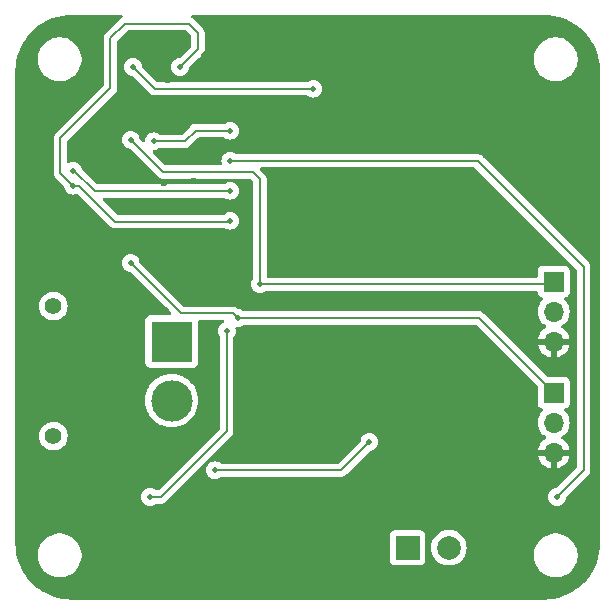
<source format=gbr>
%TF.GenerationSoftware,KiCad,Pcbnew,8.0.4*%
%TF.CreationDate,2025-01-29T17:32:31-05:00*%
%TF.ProjectId,EauRouge,45617552-6f75-4676-952e-6b696361645f,rev?*%
%TF.SameCoordinates,Original*%
%TF.FileFunction,Copper,L4,Bot*%
%TF.FilePolarity,Positive*%
%FSLAX46Y46*%
G04 Gerber Fmt 4.6, Leading zero omitted, Abs format (unit mm)*
G04 Created by KiCad (PCBNEW 8.0.4) date 2025-01-29 17:32:31*
%MOMM*%
%LPD*%
G01*
G04 APERTURE LIST*
%TA.AperFunction,ComponentPad*%
%ADD10R,1.700000X1.700000*%
%TD*%
%TA.AperFunction,ComponentPad*%
%ADD11O,1.700000X1.700000*%
%TD*%
%TA.AperFunction,ComponentPad*%
%ADD12C,1.400000*%
%TD*%
%TA.AperFunction,ComponentPad*%
%ADD13R,3.500000X3.500000*%
%TD*%
%TA.AperFunction,ComponentPad*%
%ADD14C,3.500000*%
%TD*%
%TA.AperFunction,ComponentPad*%
%ADD15R,2.000000X2.000000*%
%TD*%
%TA.AperFunction,ComponentPad*%
%ADD16C,2.000000*%
%TD*%
%TA.AperFunction,ViaPad*%
%ADD17C,0.500000*%
%TD*%
%TA.AperFunction,ViaPad*%
%ADD18C,0.600000*%
%TD*%
%TA.AperFunction,Conductor*%
%ADD19C,0.127000*%
%TD*%
G04 APERTURE END LIST*
D10*
%TO.P,J4,1,1*%
%TO.N,/BUFF_SERVO_PWM1*%
X145825000Y-122825000D03*
D11*
%TO.P,J4,2,2*%
%TO.N,+5V*%
X145825000Y-125365000D03*
%TO.P,J4,3,3*%
%TO.N,GND*%
X145825000Y-127905000D03*
%TD*%
D12*
%TO.P,J1,*%
%TO.N,*%
X103475000Y-135900000D03*
X103475000Y-124900000D03*
D13*
%TO.P,J1,1,-*%
%TO.N,-BATT*%
X113475000Y-127900000D03*
D14*
%TO.P,J1,2,+*%
%TO.N,+BATT*%
X113475000Y-132900000D03*
%TD*%
D15*
%TO.P,J3,1,Pin_1*%
%TO.N,+12V*%
X133450000Y-145350000D03*
D16*
%TO.P,J3,2,Pin_2*%
%TO.N,SOLENOID-*%
X136950000Y-145350000D03*
%TD*%
D10*
%TO.P,J5,1,1*%
%TO.N,/BUFF_SERVO_PWM2*%
X145825000Y-132225000D03*
D11*
%TO.P,J5,2,2*%
%TO.N,+5V*%
X145825000Y-134765000D03*
%TO.P,J5,3,3*%
%TO.N,GND*%
X145825000Y-137305000D03*
%TD*%
D17*
%TO.N,GND*%
X140150000Y-118850000D03*
X122400000Y-137300000D03*
X136850000Y-128800000D03*
X115450000Y-111850000D03*
X133450000Y-147150000D03*
X130900000Y-110150000D03*
X133550000Y-100900000D03*
X125700000Y-149150000D03*
X124200000Y-137050000D03*
X122850000Y-144800000D03*
X122500000Y-107800000D03*
X126800000Y-107750000D03*
X130100000Y-103900000D03*
X106800000Y-143050000D03*
X100950000Y-133250000D03*
X109550000Y-106050000D03*
X148500000Y-103050000D03*
X128600000Y-142700000D03*
D18*
X112850000Y-114450000D03*
D17*
X115400000Y-124200000D03*
X116200000Y-103650000D03*
X101900000Y-111650000D03*
X131600000Y-145350000D03*
X127100000Y-142700000D03*
X148600000Y-146450000D03*
X120250000Y-149100000D03*
X124350000Y-144850000D03*
X144650000Y-130000000D03*
X123150000Y-137150000D03*
X136850000Y-127800000D03*
X111350000Y-147650000D03*
X149230585Y-124751255D03*
X141650000Y-104900000D03*
X126850000Y-110800000D03*
X127100000Y-137200000D03*
X149150000Y-112500000D03*
X120000000Y-137200000D03*
X143200000Y-134200000D03*
X101000000Y-124600000D03*
X112900000Y-116200000D03*
X111050000Y-116200000D03*
X135350000Y-149150000D03*
X106700000Y-113050000D03*
X141450000Y-132900000D03*
X130000000Y-139950000D03*
X136850000Y-132200000D03*
X101000000Y-119150000D03*
X138100000Y-113900000D03*
X112950000Y-121300000D03*
D18*
X115400000Y-114350000D03*
D17*
X128600000Y-144950000D03*
X143850000Y-139400000D03*
X120200000Y-133050000D03*
X131950000Y-128950000D03*
X103800000Y-134250000D03*
X139900000Y-141550000D03*
X116650000Y-149150000D03*
X106300000Y-109600000D03*
X100850000Y-107850000D03*
X122800000Y-142750000D03*
X132000000Y-132350000D03*
X138900000Y-138350000D03*
X121800000Y-122150000D03*
X132000000Y-133700000D03*
X137600000Y-147450000D03*
X138000000Y-108100000D03*
X126550000Y-128150000D03*
X128200000Y-132600000D03*
X123400000Y-117850000D03*
X108900000Y-116250000D03*
D18*
X111250000Y-114250000D03*
D17*
X104900000Y-128400000D03*
X136850000Y-126750000D03*
X136900000Y-129750000D03*
X102100000Y-147600000D03*
X109800000Y-136350000D03*
X142700000Y-149150000D03*
X142750000Y-142650000D03*
X114550000Y-141600000D03*
X137200000Y-142950000D03*
X127100000Y-144900000D03*
X132600000Y-107650000D03*
X134600000Y-138700000D03*
X126250000Y-137050000D03*
X120300000Y-147850000D03*
X135215000Y-107660000D03*
X133450000Y-143500000D03*
X100950000Y-141000000D03*
X113000000Y-125250000D03*
X126300000Y-118150000D03*
X102750000Y-137800000D03*
X107400000Y-106150000D03*
X147500000Y-114750000D03*
D18*
X131600000Y-116900000D03*
D17*
X106900000Y-121550000D03*
X108150000Y-100900000D03*
X136800000Y-133400000D03*
X141950000Y-126750000D03*
X124350000Y-142750000D03*
X115500000Y-116200000D03*
X142750000Y-100900000D03*
X129750000Y-121650000D03*
X115800000Y-134950000D03*
X121900000Y-113800000D03*
X149200000Y-130200000D03*
X102200000Y-102000000D03*
X126800000Y-105200000D03*
X119350000Y-126950000D03*
X122400000Y-103650000D03*
X113150000Y-112050000D03*
X149250000Y-138450000D03*
X111000000Y-119850000D03*
X124850000Y-100900000D03*
X136850000Y-130850000D03*
X116200000Y-100900000D03*
X125250000Y-137200000D03*
X117250000Y-122600000D03*
X102000000Y-115150000D03*
D18*
X113150000Y-105750000D03*
D17*
X118450000Y-145700000D03*
X142350000Y-111800000D03*
D18*
X119150000Y-140700000D03*
D17*
X116650000Y-147800000D03*
X110400000Y-107350000D03*
X114300000Y-109650000D03*
X133000000Y-111350000D03*
X128250000Y-137100000D03*
X126650000Y-124800000D03*
%TO.N,/MCU/CHIP_EN*%
X110200000Y-104650000D03*
X125485000Y-106498000D03*
%TO.N,/BUFF_SERVO_PWM2*%
X110000000Y-121250000D03*
X119087500Y-125900000D03*
%TO.N,/SOLENOID_DRIVE*%
X146100000Y-141050000D03*
X118450000Y-112590000D03*
%TO.N,/Power/EN*%
X130225000Y-136400000D03*
X117150000Y-138800000D03*
%TO.N,/SCL*%
X114200000Y-104650000D03*
X118450000Y-117670000D03*
X105150000Y-114700000D03*
%TO.N,/SDA*%
X118450000Y-115130000D03*
X105150000Y-113450000D03*
%TO.N,/BUFF_SERVO_PWM1*%
X120950000Y-123050000D03*
X110000000Y-110800000D03*
%TO.N,/MCU/ESP32_PWM2*%
X111950000Y-110950000D03*
X118450000Y-110050000D03*
%TO.N,/MCU/VIN_LED_CONTROL*%
X118150000Y-127000000D03*
X111650000Y-141050000D03*
%TD*%
D19*
%TO.N,/MCU/CHIP_EN*%
X110200000Y-104650000D02*
X112050000Y-106500000D01*
X125483000Y-106500000D02*
X125485000Y-106498000D01*
X112050000Y-106500000D02*
X125483000Y-106500000D01*
%TO.N,/BUFF_SERVO_PWM2*%
X119087500Y-125900000D02*
X118687500Y-125500000D01*
X118687500Y-125500000D02*
X114250000Y-125500000D01*
X119087500Y-125900000D02*
X139500000Y-125900000D01*
X114250000Y-125500000D02*
X110000000Y-121250000D01*
X139500000Y-125900000D02*
X145825000Y-132225000D01*
%TO.N,/SOLENOID_DRIVE*%
X118450000Y-112590000D02*
X118460000Y-112600000D01*
X148350000Y-138800000D02*
X146100000Y-141050000D01*
X148350000Y-121550000D02*
X148350000Y-138800000D01*
X118460000Y-112600000D02*
X139400000Y-112600000D01*
X139400000Y-112600000D02*
X148350000Y-121550000D01*
%TO.N,/Power/EN*%
X127825000Y-138800000D02*
X130225000Y-136400000D01*
X117150000Y-138800000D02*
X127825000Y-138800000D01*
%TO.N,/SCL*%
X108300000Y-106450000D02*
X108300000Y-102200000D01*
X104050000Y-113600000D02*
X104050000Y-110700000D01*
X114950000Y-101000000D02*
X115700000Y-101750000D01*
X109500000Y-101000000D02*
X114950000Y-101000000D01*
X118460000Y-117750000D02*
X108700000Y-117750000D01*
X115700000Y-103150000D02*
X114200000Y-104650000D01*
X104050000Y-110700000D02*
X108300000Y-106450000D01*
X105150000Y-114700000D02*
X104050000Y-113600000D01*
X115700000Y-101750000D02*
X115700000Y-103150000D01*
X108700000Y-117750000D02*
X105650000Y-114700000D01*
X118450000Y-117670000D02*
X118450000Y-117720000D01*
X108300000Y-102200000D02*
X109500000Y-101000000D01*
X118450000Y-117720000D02*
X118530000Y-117800000D01*
X105650000Y-114700000D02*
X105150000Y-114700000D01*
X118530000Y-117820000D02*
X118460000Y-117750000D01*
%TO.N,/SDA*%
X118450000Y-115130000D02*
X118450000Y-115180000D01*
X105250000Y-113450000D02*
X105150000Y-113450000D01*
X118450000Y-115180000D02*
X118520000Y-115250000D01*
X118520000Y-115280000D02*
X118390000Y-115150000D01*
X118390000Y-115150000D02*
X106950000Y-115150000D01*
X106950000Y-115150000D02*
X105250000Y-113450000D01*
%TO.N,/BUFF_SERVO_PWM1*%
X112750000Y-113550000D02*
X120350000Y-113550000D01*
X110000000Y-110800000D02*
X112750000Y-113550000D01*
X145600000Y-123050000D02*
X145825000Y-122825000D01*
X120950000Y-123050000D02*
X145600000Y-123050000D01*
X120950000Y-114150000D02*
X120950000Y-123050000D01*
X120350000Y-113550000D02*
X120950000Y-114150000D01*
%TO.N,/MCU/ESP32_PWM2*%
X118450000Y-110050000D02*
X115500000Y-110050000D01*
X115500000Y-110050000D02*
X114600000Y-110950000D01*
X114600000Y-110950000D02*
X111950000Y-110950000D01*
%TO.N,/MCU/VIN_LED_CONTROL*%
X118150000Y-135500000D02*
X112600000Y-141050000D01*
X112600000Y-141050000D02*
X111650000Y-141050000D01*
X118150000Y-127000000D02*
X118150000Y-135500000D01*
%TD*%
%TA.AperFunction,Conductor*%
%TO.N,GND*%
G36*
X109274436Y-100270185D02*
G01*
X109320191Y-100322989D01*
X109330135Y-100392147D01*
X109301110Y-100455703D01*
X109269397Y-100481886D01*
X109232318Y-100503294D01*
X109153699Y-100548685D01*
X109153693Y-100548689D01*
X107848689Y-101853693D01*
X107848685Y-101853699D01*
X107774436Y-101982301D01*
X107774435Y-101982304D01*
X107736000Y-102125748D01*
X107736000Y-106165021D01*
X107716315Y-106232060D01*
X107699681Y-106252702D01*
X103598688Y-110353694D01*
X103598682Y-110353702D01*
X103565766Y-110410716D01*
X103565766Y-110410717D01*
X103524436Y-110482301D01*
X103491909Y-110603696D01*
X103486923Y-110622305D01*
X103486000Y-110625748D01*
X103486000Y-113674252D01*
X103524435Y-113817696D01*
X103598687Y-113946304D01*
X103598689Y-113946306D01*
X103710761Y-114058378D01*
X103710767Y-114058383D01*
X104369449Y-114717065D01*
X104402934Y-114778388D01*
X104404988Y-114790861D01*
X104413687Y-114868059D01*
X104441615Y-114947874D01*
X104469544Y-115027692D01*
X104469547Y-115027697D01*
X104559518Y-115170884D01*
X104559523Y-115170890D01*
X104679109Y-115290476D01*
X104679115Y-115290481D01*
X104822302Y-115380452D01*
X104822305Y-115380454D01*
X104822309Y-115380455D01*
X104822310Y-115380456D01*
X104854998Y-115391894D01*
X104981943Y-115436314D01*
X105149997Y-115455249D01*
X105150000Y-115455249D01*
X105150003Y-115455249D01*
X105318059Y-115436313D01*
X105318061Y-115436313D01*
X105445002Y-115391894D01*
X105514781Y-115388332D01*
X105573638Y-115421254D01*
X108244346Y-118091962D01*
X108244356Y-118091973D01*
X108248686Y-118096303D01*
X108248687Y-118096304D01*
X108353696Y-118201313D01*
X108353698Y-118201314D01*
X108353702Y-118201317D01*
X108430337Y-118245562D01*
X108430339Y-118245562D01*
X108430343Y-118245565D01*
X108482303Y-118275565D01*
X108625747Y-118314000D01*
X108625748Y-118314000D01*
X118028566Y-118314000D01*
X118094538Y-118333006D01*
X118116361Y-118346718D01*
X118122310Y-118350456D01*
X118243621Y-118392904D01*
X118281943Y-118406314D01*
X118449997Y-118425249D01*
X118450000Y-118425249D01*
X118450003Y-118425249D01*
X118618056Y-118406314D01*
X118618059Y-118406313D01*
X118777690Y-118350456D01*
X118777692Y-118350454D01*
X118777694Y-118350454D01*
X118777697Y-118350452D01*
X118920884Y-118260481D01*
X118920885Y-118260480D01*
X118920890Y-118260477D01*
X119040477Y-118140890D01*
X119040481Y-118140884D01*
X119130452Y-117997697D01*
X119130454Y-117997694D01*
X119130454Y-117997692D01*
X119130456Y-117997690D01*
X119186313Y-117838059D01*
X119186313Y-117838058D01*
X119186314Y-117838056D01*
X119205249Y-117670002D01*
X119205249Y-117669997D01*
X119186314Y-117501943D01*
X119130454Y-117342305D01*
X119130452Y-117342302D01*
X119040481Y-117199115D01*
X119040476Y-117199109D01*
X118920890Y-117079523D01*
X118920884Y-117079518D01*
X118777697Y-116989547D01*
X118777694Y-116989545D01*
X118618056Y-116933685D01*
X118450003Y-116914751D01*
X118449997Y-116914751D01*
X118281943Y-116933685D01*
X118122305Y-116989545D01*
X118122302Y-116989547D01*
X117979115Y-117079518D01*
X117979109Y-117079523D01*
X117908952Y-117149681D01*
X117847629Y-117183166D01*
X117821271Y-117186000D01*
X108984978Y-117186000D01*
X108917939Y-117166315D01*
X108897297Y-117149681D01*
X107673297Y-115925681D01*
X107639812Y-115864358D01*
X107644796Y-115794666D01*
X107686668Y-115738733D01*
X107752132Y-115714316D01*
X107760978Y-115714000D01*
X117933078Y-115714000D01*
X117999051Y-115733007D01*
X118097180Y-115794666D01*
X118122307Y-115810454D01*
X118122305Y-115810454D01*
X118122309Y-115810455D01*
X118122310Y-115810456D01*
X118194913Y-115835860D01*
X118281943Y-115866314D01*
X118449997Y-115885249D01*
X118450000Y-115885249D01*
X118450003Y-115885249D01*
X118618056Y-115866314D01*
X118623646Y-115864358D01*
X118777690Y-115810456D01*
X118777692Y-115810454D01*
X118777694Y-115810454D01*
X118777697Y-115810452D01*
X118920884Y-115720481D01*
X118920885Y-115720480D01*
X118920890Y-115720477D01*
X119040477Y-115600890D01*
X119130452Y-115457697D01*
X119130454Y-115457694D01*
X119130454Y-115457692D01*
X119130456Y-115457690D01*
X119186313Y-115298059D01*
X119186313Y-115298058D01*
X119186314Y-115298056D01*
X119205249Y-115130002D01*
X119205249Y-115129997D01*
X119186314Y-114961943D01*
X119130454Y-114802305D01*
X119130452Y-114802302D01*
X119040481Y-114659115D01*
X119040476Y-114659109D01*
X118920890Y-114539523D01*
X118920884Y-114539518D01*
X118777697Y-114449547D01*
X118777694Y-114449545D01*
X118618056Y-114393685D01*
X118450003Y-114374751D01*
X118449997Y-114374751D01*
X118281943Y-114393685D01*
X118122305Y-114449545D01*
X118122302Y-114449547D01*
X117979115Y-114539518D01*
X117979109Y-114539523D01*
X117968952Y-114549681D01*
X117907629Y-114583166D01*
X117881271Y-114586000D01*
X107234978Y-114586000D01*
X107167939Y-114566315D01*
X107147297Y-114549681D01*
X105909963Y-113312347D01*
X105880602Y-113265620D01*
X105830455Y-113122308D01*
X105830452Y-113122302D01*
X105740481Y-112979115D01*
X105740476Y-112979109D01*
X105620890Y-112859523D01*
X105620884Y-112859518D01*
X105477697Y-112769547D01*
X105477694Y-112769545D01*
X105318056Y-112713685D01*
X105150003Y-112694751D01*
X105149997Y-112694751D01*
X104981943Y-112713685D01*
X104822305Y-112769545D01*
X104822304Y-112769546D01*
X104803971Y-112781066D01*
X104736734Y-112800066D01*
X104669899Y-112779698D01*
X104624686Y-112726430D01*
X104614000Y-112676072D01*
X104614000Y-110984978D01*
X104633685Y-110917939D01*
X104650319Y-110897297D01*
X104747619Y-110799997D01*
X109244751Y-110799997D01*
X109244751Y-110800002D01*
X109263685Y-110968056D01*
X109319545Y-111127694D01*
X109319547Y-111127697D01*
X109409518Y-111270884D01*
X109409523Y-111270890D01*
X109529109Y-111390476D01*
X109529115Y-111390481D01*
X109672302Y-111480452D01*
X109672305Y-111480454D01*
X109672309Y-111480455D01*
X109672310Y-111480456D01*
X109768171Y-111513999D01*
X109831944Y-111536314D01*
X109909136Y-111545011D01*
X109973550Y-111572077D01*
X109982934Y-111580550D01*
X112294346Y-113891962D01*
X112294356Y-113891973D01*
X112298686Y-113896303D01*
X112298687Y-113896304D01*
X112403696Y-114001313D01*
X112532304Y-114075565D01*
X112675747Y-114114000D01*
X112675748Y-114114000D01*
X120065022Y-114114000D01*
X120132061Y-114133685D01*
X120152703Y-114150319D01*
X120349681Y-114347297D01*
X120383166Y-114408620D01*
X120386000Y-114434978D01*
X120386000Y-122502519D01*
X120366315Y-122569558D01*
X120359924Y-122578469D01*
X120269547Y-122722302D01*
X120269545Y-122722305D01*
X120213685Y-122881943D01*
X120194751Y-123049997D01*
X120194751Y-123050002D01*
X120213685Y-123218056D01*
X120269545Y-123377694D01*
X120269547Y-123377697D01*
X120359518Y-123520884D01*
X120359523Y-123520890D01*
X120479109Y-123640476D01*
X120479115Y-123640481D01*
X120622302Y-123730452D01*
X120622305Y-123730454D01*
X120622309Y-123730455D01*
X120622310Y-123730456D01*
X120650677Y-123740382D01*
X120781943Y-123786314D01*
X120949997Y-123805249D01*
X120950000Y-123805249D01*
X120950003Y-123805249D01*
X121118056Y-123786314D01*
X121118059Y-123786313D01*
X121277690Y-123730456D01*
X121277692Y-123730454D01*
X121277694Y-123730454D01*
X121277697Y-123730452D01*
X121426786Y-123636773D01*
X121427575Y-123638029D01*
X121484849Y-123614645D01*
X121497480Y-123614000D01*
X144351412Y-123614000D01*
X144418451Y-123633685D01*
X144464206Y-123686489D01*
X144474702Y-123724746D01*
X144480908Y-123782483D01*
X144531202Y-123917328D01*
X144531206Y-123917335D01*
X144617452Y-124032544D01*
X144617455Y-124032547D01*
X144732664Y-124118793D01*
X144732671Y-124118797D01*
X144864081Y-124167810D01*
X144920015Y-124209681D01*
X144944432Y-124275145D01*
X144929580Y-124343418D01*
X144908430Y-124371673D01*
X144786503Y-124493600D01*
X144650965Y-124687169D01*
X144650964Y-124687171D01*
X144557401Y-124887816D01*
X144551721Y-124900000D01*
X144551098Y-124901335D01*
X144551094Y-124901344D01*
X144489938Y-125129586D01*
X144489936Y-125129596D01*
X144469341Y-125364999D01*
X144469341Y-125365000D01*
X144489936Y-125600403D01*
X144489938Y-125600413D01*
X144551094Y-125828655D01*
X144551096Y-125828659D01*
X144551097Y-125828663D01*
X144587939Y-125907671D01*
X144650965Y-126042830D01*
X144650967Y-126042834D01*
X144752614Y-126188000D01*
X144780405Y-126227690D01*
X144786501Y-126236395D01*
X144786506Y-126236402D01*
X144953597Y-126403493D01*
X144953603Y-126403498D01*
X144962208Y-126409523D01*
X145132994Y-126529109D01*
X145139594Y-126533730D01*
X145183219Y-126588307D01*
X145190413Y-126657805D01*
X145158890Y-126720160D01*
X145139595Y-126736880D01*
X144953922Y-126866890D01*
X144953920Y-126866891D01*
X144786891Y-127033920D01*
X144786886Y-127033926D01*
X144651400Y-127227420D01*
X144651399Y-127227422D01*
X144551570Y-127441507D01*
X144551567Y-127441513D01*
X144494364Y-127654999D01*
X144494364Y-127655000D01*
X145391988Y-127655000D01*
X145359075Y-127712007D01*
X145325000Y-127839174D01*
X145325000Y-127970826D01*
X145359075Y-128097993D01*
X145391988Y-128155000D01*
X144494364Y-128155000D01*
X144551567Y-128368486D01*
X144551570Y-128368492D01*
X144651399Y-128582578D01*
X144786894Y-128776082D01*
X144953917Y-128943105D01*
X145147421Y-129078600D01*
X145361507Y-129178429D01*
X145361516Y-129178433D01*
X145575000Y-129235634D01*
X145575000Y-128338012D01*
X145632007Y-128370925D01*
X145759174Y-128405000D01*
X145890826Y-128405000D01*
X146017993Y-128370925D01*
X146075000Y-128338012D01*
X146075000Y-129235633D01*
X146288483Y-129178433D01*
X146288492Y-129178429D01*
X146502578Y-129078600D01*
X146696082Y-128943105D01*
X146863105Y-128776082D01*
X146998600Y-128582578D01*
X147098429Y-128368492D01*
X147098432Y-128368486D01*
X147155636Y-128155000D01*
X146258012Y-128155000D01*
X146290925Y-128097993D01*
X146325000Y-127970826D01*
X146325000Y-127839174D01*
X146290925Y-127712007D01*
X146258012Y-127655000D01*
X147155636Y-127655000D01*
X147155635Y-127654999D01*
X147098432Y-127441513D01*
X147098429Y-127441507D01*
X146998600Y-127227422D01*
X146998599Y-127227420D01*
X146863113Y-127033926D01*
X146863108Y-127033920D01*
X146696078Y-126866890D01*
X146510405Y-126736879D01*
X146466780Y-126682302D01*
X146459588Y-126612804D01*
X146491110Y-126550449D01*
X146510406Y-126533730D01*
X146517004Y-126529110D01*
X146696401Y-126403495D01*
X146863495Y-126236401D01*
X146999035Y-126042830D01*
X147098903Y-125828663D01*
X147160063Y-125600408D01*
X147180659Y-125365000D01*
X147178080Y-125335528D01*
X147160063Y-125129596D01*
X147160063Y-125129592D01*
X147098903Y-124901337D01*
X146999035Y-124687171D01*
X146992938Y-124678464D01*
X146863496Y-124493600D01*
X146834357Y-124464461D01*
X146741567Y-124371671D01*
X146708084Y-124310351D01*
X146713068Y-124240659D01*
X146754939Y-124184725D01*
X146785915Y-124167810D01*
X146917331Y-124118796D01*
X147032546Y-124032546D01*
X147118796Y-123917331D01*
X147169091Y-123782483D01*
X147175500Y-123722873D01*
X147175499Y-121927128D01*
X147169091Y-121867517D01*
X147159007Y-121840481D01*
X147118797Y-121732671D01*
X147118793Y-121732664D01*
X147032547Y-121617455D01*
X147032544Y-121617452D01*
X146917335Y-121531206D01*
X146917328Y-121531202D01*
X146782482Y-121480908D01*
X146782483Y-121480908D01*
X146722883Y-121474501D01*
X146722881Y-121474500D01*
X146722873Y-121474500D01*
X146722864Y-121474500D01*
X144927129Y-121474500D01*
X144927123Y-121474501D01*
X144867516Y-121480908D01*
X144732671Y-121531202D01*
X144732664Y-121531206D01*
X144617455Y-121617452D01*
X144617452Y-121617455D01*
X144531206Y-121732664D01*
X144531202Y-121732671D01*
X144480908Y-121867517D01*
X144474501Y-121927116D01*
X144474501Y-121927123D01*
X144474500Y-121927135D01*
X144474500Y-122362000D01*
X144454815Y-122429039D01*
X144402011Y-122474794D01*
X144350500Y-122486000D01*
X121638000Y-122486000D01*
X121570961Y-122466315D01*
X121525206Y-122413511D01*
X121514000Y-122362000D01*
X121514000Y-114075749D01*
X121514000Y-114075748D01*
X121504549Y-114040477D01*
X121475565Y-113932304D01*
X121454780Y-113896304D01*
X121409396Y-113817696D01*
X121401314Y-113803697D01*
X121291973Y-113694356D01*
X121291962Y-113694346D01*
X120973297Y-113375681D01*
X120939812Y-113314358D01*
X120944796Y-113244666D01*
X120986668Y-113188733D01*
X121052132Y-113164316D01*
X121060978Y-113164000D01*
X139115022Y-113164000D01*
X139182061Y-113183685D01*
X139202703Y-113200319D01*
X147749681Y-121747297D01*
X147783166Y-121808620D01*
X147786000Y-121834978D01*
X147786000Y-138515020D01*
X147766315Y-138582059D01*
X147749681Y-138602701D01*
X146082932Y-140269449D01*
X146021609Y-140302934D01*
X146009137Y-140304988D01*
X145931941Y-140313687D01*
X145772307Y-140369544D01*
X145772302Y-140369547D01*
X145629115Y-140459518D01*
X145629109Y-140459523D01*
X145509523Y-140579109D01*
X145509518Y-140579115D01*
X145419547Y-140722302D01*
X145419545Y-140722305D01*
X145363685Y-140881943D01*
X145344751Y-141049997D01*
X145344751Y-141050002D01*
X145363685Y-141218056D01*
X145419545Y-141377694D01*
X145419547Y-141377697D01*
X145509518Y-141520884D01*
X145509523Y-141520890D01*
X145629109Y-141640476D01*
X145629115Y-141640481D01*
X145772302Y-141730452D01*
X145772305Y-141730454D01*
X145772309Y-141730455D01*
X145772310Y-141730456D01*
X145844913Y-141755860D01*
X145931943Y-141786314D01*
X146099997Y-141805249D01*
X146100000Y-141805249D01*
X146100003Y-141805249D01*
X146268056Y-141786314D01*
X146268059Y-141786313D01*
X146427690Y-141730456D01*
X146427692Y-141730454D01*
X146427694Y-141730454D01*
X146427697Y-141730452D01*
X146570884Y-141640481D01*
X146570885Y-141640480D01*
X146570890Y-141640477D01*
X146690477Y-141520890D01*
X146690481Y-141520884D01*
X146780452Y-141377697D01*
X146780454Y-141377694D01*
X146780454Y-141377692D01*
X146780456Y-141377690D01*
X146836313Y-141218059D01*
X146836313Y-141218057D01*
X146836314Y-141218055D01*
X146845011Y-141140863D01*
X146872077Y-141076449D01*
X146880540Y-141067075D01*
X148801313Y-139146304D01*
X148875565Y-139017696D01*
X148914001Y-138874252D01*
X148914001Y-138725747D01*
X148914001Y-138718152D01*
X148914000Y-138718134D01*
X148914000Y-121475750D01*
X148914000Y-121475748D01*
X148875565Y-121332304D01*
X148875565Y-121332303D01*
X148848386Y-121285229D01*
X148801313Y-121203696D01*
X148696304Y-121098687D01*
X148696303Y-121098686D01*
X148691973Y-121094356D01*
X148691962Y-121094346D01*
X139858383Y-112260767D01*
X139858381Y-112260764D01*
X139746306Y-112148689D01*
X139746304Y-112148687D01*
X139617696Y-112074435D01*
X139529178Y-112050717D01*
X139529177Y-112050716D01*
X139488969Y-112039943D01*
X139474253Y-112036000D01*
X139474252Y-112036000D01*
X119008729Y-112036000D01*
X118941690Y-112016315D01*
X118921048Y-111999681D01*
X118920890Y-111999523D01*
X118920884Y-111999518D01*
X118777697Y-111909547D01*
X118777694Y-111909545D01*
X118618056Y-111853685D01*
X118450003Y-111834751D01*
X118449997Y-111834751D01*
X118281943Y-111853685D01*
X118122305Y-111909545D01*
X118122302Y-111909547D01*
X117979115Y-111999518D01*
X117979109Y-111999523D01*
X117859523Y-112119109D01*
X117859518Y-112119115D01*
X117769547Y-112262302D01*
X117769545Y-112262305D01*
X117713685Y-112421943D01*
X117694751Y-112589997D01*
X117694751Y-112590002D01*
X117713686Y-112758059D01*
X117713686Y-112758061D01*
X117735726Y-112821045D01*
X117739288Y-112890824D01*
X117704560Y-112951451D01*
X117642566Y-112983679D01*
X117618685Y-112986000D01*
X113034978Y-112986000D01*
X112967939Y-112966315D01*
X112947297Y-112949681D01*
X111909962Y-111912346D01*
X111876477Y-111851023D01*
X111881461Y-111781331D01*
X111923333Y-111725398D01*
X111983759Y-111701445D01*
X112004723Y-111699083D01*
X112118055Y-111686314D01*
X112118057Y-111686313D01*
X112118059Y-111686313D01*
X112277690Y-111630456D01*
X112277692Y-111630454D01*
X112277694Y-111630454D01*
X112277697Y-111630452D01*
X112426786Y-111536773D01*
X112427575Y-111538029D01*
X112484849Y-111514645D01*
X112497480Y-111514000D01*
X114674251Y-111514000D01*
X114674253Y-111514000D01*
X114817696Y-111475565D01*
X114946304Y-111401313D01*
X115051313Y-111296304D01*
X115051313Y-111296302D01*
X115061517Y-111286099D01*
X115061520Y-111286094D01*
X115697297Y-110650319D01*
X115758620Y-110616834D01*
X115784978Y-110614000D01*
X117902520Y-110614000D01*
X117969559Y-110633685D01*
X117978469Y-110640075D01*
X118122302Y-110730452D01*
X118122305Y-110730454D01*
X118122309Y-110730455D01*
X118122310Y-110730456D01*
X118184603Y-110752253D01*
X118281943Y-110786314D01*
X118449997Y-110805249D01*
X118450000Y-110805249D01*
X118450003Y-110805249D01*
X118618056Y-110786314D01*
X118618059Y-110786313D01*
X118777690Y-110730456D01*
X118777692Y-110730454D01*
X118777694Y-110730454D01*
X118777697Y-110730452D01*
X118920884Y-110640481D01*
X118920885Y-110640480D01*
X118920890Y-110640477D01*
X119040477Y-110520890D01*
X119040481Y-110520884D01*
X119130452Y-110377697D01*
X119130454Y-110377694D01*
X119130454Y-110377692D01*
X119130456Y-110377690D01*
X119186313Y-110218059D01*
X119186313Y-110218058D01*
X119186314Y-110218056D01*
X119205249Y-110050002D01*
X119205249Y-110049997D01*
X119186314Y-109881943D01*
X119130454Y-109722305D01*
X119130452Y-109722302D01*
X119040481Y-109579115D01*
X119040476Y-109579109D01*
X118920890Y-109459523D01*
X118920884Y-109459518D01*
X118777697Y-109369547D01*
X118777694Y-109369545D01*
X118618056Y-109313685D01*
X118450003Y-109294751D01*
X118449997Y-109294751D01*
X118281943Y-109313685D01*
X118122305Y-109369545D01*
X118122302Y-109369547D01*
X117973214Y-109463227D01*
X117972424Y-109461970D01*
X117915151Y-109485355D01*
X117902520Y-109486000D01*
X115425747Y-109486000D01*
X115333501Y-109510716D01*
X115333501Y-109510717D01*
X115316435Y-109515289D01*
X115282302Y-109524435D01*
X115282301Y-109524436D01*
X115153699Y-109598685D01*
X115153693Y-109598689D01*
X115048687Y-109703696D01*
X115048685Y-109703698D01*
X114707633Y-110044751D01*
X114402703Y-110349681D01*
X114341380Y-110383166D01*
X114315022Y-110386000D01*
X112497480Y-110386000D01*
X112430441Y-110366315D01*
X112421530Y-110359924D01*
X112277697Y-110269547D01*
X112277694Y-110269545D01*
X112118056Y-110213685D01*
X111950003Y-110194751D01*
X111949997Y-110194751D01*
X111781943Y-110213685D01*
X111622305Y-110269545D01*
X111622302Y-110269547D01*
X111479115Y-110359518D01*
X111479109Y-110359523D01*
X111359523Y-110479109D01*
X111359518Y-110479115D01*
X111269547Y-110622302D01*
X111269545Y-110622305D01*
X111213685Y-110781944D01*
X111198554Y-110916240D01*
X111171487Y-110980654D01*
X111113892Y-111020209D01*
X111044055Y-111022346D01*
X110987653Y-110990037D01*
X110780550Y-110782934D01*
X110747065Y-110721611D01*
X110745011Y-110709136D01*
X110736314Y-110631944D01*
X110697455Y-110520890D01*
X110680456Y-110472310D01*
X110680455Y-110472309D01*
X110680454Y-110472305D01*
X110680452Y-110472302D01*
X110590481Y-110329115D01*
X110590476Y-110329109D01*
X110470890Y-110209523D01*
X110470884Y-110209518D01*
X110327697Y-110119547D01*
X110327694Y-110119545D01*
X110168056Y-110063685D01*
X110000003Y-110044751D01*
X109999997Y-110044751D01*
X109831943Y-110063685D01*
X109672305Y-110119545D01*
X109672302Y-110119547D01*
X109529115Y-110209518D01*
X109529109Y-110209523D01*
X109409523Y-110329109D01*
X109409518Y-110329115D01*
X109319547Y-110472302D01*
X109319545Y-110472305D01*
X109263685Y-110631943D01*
X109244751Y-110799997D01*
X104747619Y-110799997D01*
X106252865Y-109294751D01*
X108751313Y-106796304D01*
X108825565Y-106667696D01*
X108864001Y-106524252D01*
X108864001Y-106375747D01*
X108864001Y-106368152D01*
X108864000Y-106368134D01*
X108864000Y-104649997D01*
X109444751Y-104649997D01*
X109444751Y-104650002D01*
X109463685Y-104818056D01*
X109519545Y-104977694D01*
X109519547Y-104977697D01*
X109609518Y-105120884D01*
X109609523Y-105120890D01*
X109729109Y-105240476D01*
X109729115Y-105240481D01*
X109872302Y-105330452D01*
X109872305Y-105330454D01*
X109872309Y-105330455D01*
X109872310Y-105330456D01*
X110031941Y-105386313D01*
X110031944Y-105386314D01*
X110109136Y-105395011D01*
X110173550Y-105422077D01*
X110182934Y-105430550D01*
X111594346Y-106841962D01*
X111594356Y-106841973D01*
X111598686Y-106846303D01*
X111598687Y-106846304D01*
X111703696Y-106951313D01*
X111812273Y-107014000D01*
X111812275Y-107014001D01*
X111832301Y-107025564D01*
X111832303Y-107025564D01*
X111832304Y-107025565D01*
X111975747Y-107064000D01*
X111975748Y-107064000D01*
X124940028Y-107064000D01*
X125007067Y-107083685D01*
X125011199Y-107086648D01*
X125157302Y-107178452D01*
X125157305Y-107178454D01*
X125157309Y-107178455D01*
X125157310Y-107178456D01*
X125229913Y-107203860D01*
X125316943Y-107234314D01*
X125484997Y-107253249D01*
X125485000Y-107253249D01*
X125485003Y-107253249D01*
X125653056Y-107234314D01*
X125653059Y-107234313D01*
X125812690Y-107178456D01*
X125812692Y-107178454D01*
X125812694Y-107178454D01*
X125812697Y-107178452D01*
X125955884Y-107088481D01*
X125955885Y-107088480D01*
X125955890Y-107088477D01*
X126075477Y-106968890D01*
X126086521Y-106951314D01*
X126165452Y-106825697D01*
X126165454Y-106825694D01*
X126165454Y-106825692D01*
X126165456Y-106825690D01*
X126221313Y-106666059D01*
X126221313Y-106666058D01*
X126221314Y-106666056D01*
X126240249Y-106498002D01*
X126240249Y-106497997D01*
X126221314Y-106329943D01*
X126187063Y-106232060D01*
X126165456Y-106170310D01*
X126165455Y-106170309D01*
X126165454Y-106170305D01*
X126165452Y-106170302D01*
X126075481Y-106027115D01*
X126075476Y-106027109D01*
X125955890Y-105907523D01*
X125955884Y-105907518D01*
X125812697Y-105817547D01*
X125812694Y-105817545D01*
X125653056Y-105761685D01*
X125485003Y-105742751D01*
X125484997Y-105742751D01*
X125316943Y-105761685D01*
X125157305Y-105817545D01*
X125157302Y-105817547D01*
X125014114Y-105907519D01*
X125012327Y-105908945D01*
X125010952Y-105909506D01*
X125008214Y-105911227D01*
X125007912Y-105910747D01*
X124947641Y-105935355D01*
X124935012Y-105936000D01*
X112334978Y-105936000D01*
X112267939Y-105916315D01*
X112247297Y-105899681D01*
X110980550Y-104632934D01*
X110947065Y-104571611D01*
X110945011Y-104559136D01*
X110936314Y-104481944D01*
X110880454Y-104322305D01*
X110880452Y-104322302D01*
X110790481Y-104179115D01*
X110790476Y-104179109D01*
X110670890Y-104059523D01*
X110670884Y-104059518D01*
X110527697Y-103969547D01*
X110527694Y-103969545D01*
X110368056Y-103913685D01*
X110200003Y-103894751D01*
X110199997Y-103894751D01*
X110031943Y-103913685D01*
X109872305Y-103969545D01*
X109872302Y-103969547D01*
X109729115Y-104059518D01*
X109729109Y-104059523D01*
X109609523Y-104179109D01*
X109609518Y-104179115D01*
X109519547Y-104322302D01*
X109519545Y-104322305D01*
X109463685Y-104481943D01*
X109444751Y-104649997D01*
X108864000Y-104649997D01*
X108864000Y-102484978D01*
X108883685Y-102417939D01*
X108900319Y-102397297D01*
X109697297Y-101600319D01*
X109758620Y-101566834D01*
X109784978Y-101564000D01*
X114665022Y-101564000D01*
X114732061Y-101583685D01*
X114752703Y-101600319D01*
X115099681Y-101947297D01*
X115133166Y-102008620D01*
X115136000Y-102034978D01*
X115136000Y-102865021D01*
X115116315Y-102932060D01*
X115099681Y-102952702D01*
X114182933Y-103869449D01*
X114121610Y-103902934D01*
X114109138Y-103904988D01*
X114031941Y-103913687D01*
X113872307Y-103969544D01*
X113872302Y-103969547D01*
X113729115Y-104059518D01*
X113729109Y-104059523D01*
X113609523Y-104179109D01*
X113609518Y-104179115D01*
X113519547Y-104322302D01*
X113519545Y-104322305D01*
X113463685Y-104481943D01*
X113444751Y-104649997D01*
X113444751Y-104650002D01*
X113463685Y-104818056D01*
X113519545Y-104977694D01*
X113519547Y-104977697D01*
X113609518Y-105120884D01*
X113609523Y-105120890D01*
X113729109Y-105240476D01*
X113729115Y-105240481D01*
X113872302Y-105330452D01*
X113872305Y-105330454D01*
X113872309Y-105330455D01*
X113872310Y-105330456D01*
X113944913Y-105355860D01*
X114031943Y-105386314D01*
X114199997Y-105405249D01*
X114200000Y-105405249D01*
X114200003Y-105405249D01*
X114368056Y-105386314D01*
X114368059Y-105386313D01*
X114527690Y-105330456D01*
X114527692Y-105330454D01*
X114527694Y-105330454D01*
X114527697Y-105330452D01*
X114670884Y-105240481D01*
X114670885Y-105240480D01*
X114670890Y-105240477D01*
X114790477Y-105120890D01*
X114790481Y-105120884D01*
X114880452Y-104977697D01*
X114880454Y-104977694D01*
X114880454Y-104977692D01*
X114880456Y-104977690D01*
X114936313Y-104818059D01*
X114940282Y-104782838D01*
X114945011Y-104740862D01*
X114972077Y-104676448D01*
X114980540Y-104667074D01*
X115768904Y-103878711D01*
X144149500Y-103878711D01*
X144149500Y-104121288D01*
X144181161Y-104361785D01*
X144243947Y-104596104D01*
X144273340Y-104667064D01*
X144336776Y-104820212D01*
X144458064Y-105030289D01*
X144458066Y-105030292D01*
X144458067Y-105030293D01*
X144605733Y-105222736D01*
X144605739Y-105222743D01*
X144777256Y-105394260D01*
X144777263Y-105394266D01*
X144890321Y-105481018D01*
X144969711Y-105541936D01*
X145179788Y-105663224D01*
X145403900Y-105756054D01*
X145638211Y-105818838D01*
X145818586Y-105842584D01*
X145878711Y-105850500D01*
X145878712Y-105850500D01*
X146121289Y-105850500D01*
X146169388Y-105844167D01*
X146361789Y-105818838D01*
X146596100Y-105756054D01*
X146820212Y-105663224D01*
X147030289Y-105541936D01*
X147222738Y-105394265D01*
X147394265Y-105222738D01*
X147541936Y-105030289D01*
X147663224Y-104820212D01*
X147756054Y-104596100D01*
X147818838Y-104361789D01*
X147850500Y-104121288D01*
X147850500Y-103878712D01*
X147818838Y-103638211D01*
X147756054Y-103403900D01*
X147663224Y-103179788D01*
X147541936Y-102969711D01*
X147394265Y-102777262D01*
X147394260Y-102777256D01*
X147222743Y-102605739D01*
X147222736Y-102605733D01*
X147030293Y-102458067D01*
X147030292Y-102458066D01*
X147030289Y-102458064D01*
X146820212Y-102336776D01*
X146755690Y-102310050D01*
X146596104Y-102243947D01*
X146361785Y-102181161D01*
X146121289Y-102149500D01*
X146121288Y-102149500D01*
X145878712Y-102149500D01*
X145878711Y-102149500D01*
X145638214Y-102181161D01*
X145403895Y-102243947D01*
X145179794Y-102336773D01*
X145179785Y-102336777D01*
X144969706Y-102458067D01*
X144777263Y-102605733D01*
X144777256Y-102605739D01*
X144605739Y-102777256D01*
X144605733Y-102777263D01*
X144458067Y-102969706D01*
X144336777Y-103179785D01*
X144336773Y-103179794D01*
X144243947Y-103403895D01*
X144181161Y-103638214D01*
X144149500Y-103878711D01*
X115768904Y-103878711D01*
X116036094Y-103611521D01*
X116036099Y-103611517D01*
X116046302Y-103601313D01*
X116046304Y-103601313D01*
X116151313Y-103496304D01*
X116204663Y-103403900D01*
X116218038Y-103380735D01*
X116225562Y-103367702D01*
X116225563Y-103367700D01*
X116225562Y-103367700D01*
X116225565Y-103367697D01*
X116264000Y-103224253D01*
X116264000Y-103075748D01*
X116264000Y-101675748D01*
X116244696Y-101603705D01*
X116225565Y-101532304D01*
X116225564Y-101532303D01*
X116225564Y-101532301D01*
X116221674Y-101525565D01*
X116221672Y-101525562D01*
X116151313Y-101403696D01*
X116046304Y-101298687D01*
X116046303Y-101298686D01*
X116041973Y-101294356D01*
X116041962Y-101294346D01*
X115408383Y-100660767D01*
X115408381Y-100660764D01*
X115296306Y-100548689D01*
X115296304Y-100548687D01*
X115180602Y-100481886D01*
X115132387Y-100431320D01*
X115119164Y-100362713D01*
X115145132Y-100297848D01*
X115202047Y-100257320D01*
X115242603Y-100250500D01*
X144955830Y-100250500D01*
X144997294Y-100250500D01*
X145002702Y-100250618D01*
X145015967Y-100251197D01*
X145408558Y-100268337D01*
X145419293Y-100269277D01*
X145819386Y-100321950D01*
X145830010Y-100323823D01*
X146223993Y-100411167D01*
X146234405Y-100413956D01*
X146619279Y-100535307D01*
X146629414Y-100538996D01*
X147002232Y-100693423D01*
X147012024Y-100697989D01*
X147060519Y-100723234D01*
X147369942Y-100884309D01*
X147379310Y-100889717D01*
X147719638Y-101106530D01*
X147728499Y-101112735D01*
X148048627Y-101358378D01*
X148056914Y-101365332D01*
X148354412Y-101637938D01*
X148362061Y-101645587D01*
X148634667Y-101943085D01*
X148641621Y-101951372D01*
X148887264Y-102271500D01*
X148893469Y-102280361D01*
X149110282Y-102620689D01*
X149115690Y-102630057D01*
X149302007Y-102987969D01*
X149306579Y-102997773D01*
X149460997Y-103370570D01*
X149464696Y-103380733D01*
X149537462Y-103611517D01*
X149586037Y-103765575D01*
X149588837Y-103776025D01*
X149676173Y-104169977D01*
X149678051Y-104180629D01*
X149717720Y-104481944D01*
X149730720Y-104580683D01*
X149731663Y-104591460D01*
X149738186Y-104740862D01*
X149747324Y-104950172D01*
X149749382Y-104997297D01*
X149749500Y-105002706D01*
X149749500Y-144997293D01*
X149749382Y-145002702D01*
X149731663Y-145408539D01*
X149730720Y-145419316D01*
X149678051Y-145819370D01*
X149676173Y-145830022D01*
X149588837Y-146223974D01*
X149586037Y-146234424D01*
X149464697Y-146619264D01*
X149460997Y-146629429D01*
X149306579Y-147002226D01*
X149302007Y-147012030D01*
X149115690Y-147369942D01*
X149110282Y-147379310D01*
X148893469Y-147719638D01*
X148887264Y-147728499D01*
X148641621Y-148048627D01*
X148634667Y-148056914D01*
X148362061Y-148354412D01*
X148354412Y-148362061D01*
X148056914Y-148634667D01*
X148048627Y-148641621D01*
X147728499Y-148887264D01*
X147719638Y-148893469D01*
X147379310Y-149110282D01*
X147369942Y-149115690D01*
X147012030Y-149302007D01*
X147002226Y-149306579D01*
X146629429Y-149460997D01*
X146619264Y-149464697D01*
X146234424Y-149586037D01*
X146223974Y-149588837D01*
X145830022Y-149676173D01*
X145819370Y-149678051D01*
X145419316Y-149730720D01*
X145408539Y-149731663D01*
X145002703Y-149749382D01*
X144997294Y-149749500D01*
X105002706Y-149749500D01*
X104997297Y-149749382D01*
X104591460Y-149731663D01*
X104580685Y-149730720D01*
X104380656Y-149704385D01*
X104180629Y-149678051D01*
X104169977Y-149676173D01*
X103915393Y-149619733D01*
X103776022Y-149588836D01*
X103765579Y-149586038D01*
X103380733Y-149464696D01*
X103370570Y-149460997D01*
X102997773Y-149306579D01*
X102987969Y-149302007D01*
X102630057Y-149115690D01*
X102620689Y-149110282D01*
X102280361Y-148893469D01*
X102271500Y-148887264D01*
X101951372Y-148641621D01*
X101943085Y-148634667D01*
X101645587Y-148362061D01*
X101637938Y-148354412D01*
X101365332Y-148056914D01*
X101358378Y-148048627D01*
X101112735Y-147728499D01*
X101106530Y-147719638D01*
X100889717Y-147379310D01*
X100884309Y-147369942D01*
X100807680Y-147222738D01*
X100697989Y-147012024D01*
X100693420Y-147002226D01*
X100630573Y-146850500D01*
X100538996Y-146629414D01*
X100535307Y-146619279D01*
X100413956Y-146234405D01*
X100411167Y-146223993D01*
X100334620Y-145878711D01*
X102149500Y-145878711D01*
X102149500Y-146121288D01*
X102169707Y-146274782D01*
X102181162Y-146361789D01*
X102190831Y-146397873D01*
X102243947Y-146596104D01*
X102336773Y-146820205D01*
X102336777Y-146820214D01*
X102354262Y-146850498D01*
X102458064Y-147030289D01*
X102458066Y-147030292D01*
X102458067Y-147030293D01*
X102605733Y-147222736D01*
X102605739Y-147222743D01*
X102777256Y-147394260D01*
X102777262Y-147394265D01*
X102969711Y-147541936D01*
X103179788Y-147663224D01*
X103403900Y-147756054D01*
X103638211Y-147818838D01*
X103818586Y-147842584D01*
X103878711Y-147850500D01*
X103878712Y-147850500D01*
X104121289Y-147850500D01*
X104169388Y-147844167D01*
X104361789Y-147818838D01*
X104596100Y-147756054D01*
X104820212Y-147663224D01*
X105030289Y-147541936D01*
X105222738Y-147394265D01*
X105394265Y-147222738D01*
X105541936Y-147030289D01*
X105663224Y-146820212D01*
X105756054Y-146596100D01*
X105818838Y-146361789D01*
X105850500Y-146121288D01*
X105850500Y-145878712D01*
X105818838Y-145638211D01*
X105756054Y-145403900D01*
X105663224Y-145179788D01*
X105541936Y-144969711D01*
X105394265Y-144777262D01*
X105394260Y-144777256D01*
X105222743Y-144605739D01*
X105222736Y-144605733D01*
X105030293Y-144458067D01*
X105030292Y-144458066D01*
X105030289Y-144458064D01*
X104820212Y-144336776D01*
X104820205Y-144336773D01*
X104736582Y-144302135D01*
X131949500Y-144302135D01*
X131949500Y-146397870D01*
X131949501Y-146397876D01*
X131955908Y-146457483D01*
X132006202Y-146592328D01*
X132006206Y-146592335D01*
X132092452Y-146707544D01*
X132092455Y-146707547D01*
X132207664Y-146793793D01*
X132207671Y-146793797D01*
X132342517Y-146844091D01*
X132342516Y-146844091D01*
X132349444Y-146844835D01*
X132402127Y-146850500D01*
X134497872Y-146850499D01*
X134557483Y-146844091D01*
X134692331Y-146793796D01*
X134807546Y-146707546D01*
X134893796Y-146592331D01*
X134944091Y-146457483D01*
X134950500Y-146397873D01*
X134950499Y-145349994D01*
X135444357Y-145349994D01*
X135444357Y-145350005D01*
X135464890Y-145597812D01*
X135464892Y-145597824D01*
X135525936Y-145838881D01*
X135625826Y-146066606D01*
X135761833Y-146274782D01*
X135761836Y-146274785D01*
X135930256Y-146457738D01*
X136126491Y-146610474D01*
X136345190Y-146728828D01*
X136580386Y-146809571D01*
X136825665Y-146850500D01*
X137074335Y-146850500D01*
X137319614Y-146809571D01*
X137554810Y-146728828D01*
X137773509Y-146610474D01*
X137969744Y-146457738D01*
X138138164Y-146274785D01*
X138274173Y-146066607D01*
X138356592Y-145878711D01*
X144149500Y-145878711D01*
X144149500Y-146121288D01*
X144169707Y-146274782D01*
X144181162Y-146361789D01*
X144190831Y-146397873D01*
X144243947Y-146596104D01*
X144336773Y-146820205D01*
X144336777Y-146820214D01*
X144354262Y-146850498D01*
X144458064Y-147030289D01*
X144458066Y-147030292D01*
X144458067Y-147030293D01*
X144605733Y-147222736D01*
X144605739Y-147222743D01*
X144777256Y-147394260D01*
X144777262Y-147394265D01*
X144969711Y-147541936D01*
X145179788Y-147663224D01*
X145403900Y-147756054D01*
X145638211Y-147818838D01*
X145818586Y-147842584D01*
X145878711Y-147850500D01*
X145878712Y-147850500D01*
X146121289Y-147850500D01*
X146169388Y-147844167D01*
X146361789Y-147818838D01*
X146596100Y-147756054D01*
X146820212Y-147663224D01*
X147030289Y-147541936D01*
X147222738Y-147394265D01*
X147394265Y-147222738D01*
X147541936Y-147030289D01*
X147663224Y-146820212D01*
X147756054Y-146596100D01*
X147818838Y-146361789D01*
X147850500Y-146121288D01*
X147850500Y-145878712D01*
X147818838Y-145638211D01*
X147756054Y-145403900D01*
X147663224Y-145179788D01*
X147541936Y-144969711D01*
X147394265Y-144777262D01*
X147394260Y-144777256D01*
X147222743Y-144605739D01*
X147222736Y-144605733D01*
X147030293Y-144458067D01*
X147030292Y-144458066D01*
X147030289Y-144458064D01*
X146820212Y-144336776D01*
X146820205Y-144336773D01*
X146596104Y-144243947D01*
X146361785Y-144181161D01*
X146121289Y-144149500D01*
X146121288Y-144149500D01*
X145878712Y-144149500D01*
X145878711Y-144149500D01*
X145638214Y-144181161D01*
X145403895Y-144243947D01*
X145179794Y-144336773D01*
X145179785Y-144336777D01*
X144969706Y-144458067D01*
X144777263Y-144605733D01*
X144777256Y-144605739D01*
X144605739Y-144777256D01*
X144605733Y-144777263D01*
X144458067Y-144969706D01*
X144336777Y-145179785D01*
X144336773Y-145179794D01*
X144243947Y-145403895D01*
X144181161Y-145638214D01*
X144149500Y-145878711D01*
X138356592Y-145878711D01*
X138374063Y-145838881D01*
X138435108Y-145597821D01*
X138435109Y-145597812D01*
X138455643Y-145350005D01*
X138455643Y-145349994D01*
X138435109Y-145102187D01*
X138435107Y-145102175D01*
X138374063Y-144861118D01*
X138274173Y-144633393D01*
X138138166Y-144425217D01*
X138056747Y-144336773D01*
X137969744Y-144242262D01*
X137773509Y-144089526D01*
X137773507Y-144089525D01*
X137773506Y-144089524D01*
X137554811Y-143971172D01*
X137554802Y-143971169D01*
X137319616Y-143890429D01*
X137074335Y-143849500D01*
X136825665Y-143849500D01*
X136580383Y-143890429D01*
X136345197Y-143971169D01*
X136345188Y-143971172D01*
X136126493Y-144089524D01*
X135930257Y-144242261D01*
X135761833Y-144425217D01*
X135625826Y-144633393D01*
X135525936Y-144861118D01*
X135464892Y-145102175D01*
X135464890Y-145102187D01*
X135444357Y-145349994D01*
X134950499Y-145349994D01*
X134950499Y-144302128D01*
X134944091Y-144242517D01*
X134893796Y-144107669D01*
X134893795Y-144107668D01*
X134893793Y-144107664D01*
X134807547Y-143992455D01*
X134807544Y-143992452D01*
X134692335Y-143906206D01*
X134692328Y-143906202D01*
X134557482Y-143855908D01*
X134557483Y-143855908D01*
X134497883Y-143849501D01*
X134497881Y-143849500D01*
X134497873Y-143849500D01*
X134497864Y-143849500D01*
X132402129Y-143849500D01*
X132402123Y-143849501D01*
X132342516Y-143855908D01*
X132207671Y-143906202D01*
X132207664Y-143906206D01*
X132092455Y-143992452D01*
X132092452Y-143992455D01*
X132006206Y-144107664D01*
X132006202Y-144107671D01*
X131955908Y-144242517D01*
X131949501Y-144302116D01*
X131949501Y-144302123D01*
X131949500Y-144302135D01*
X104736582Y-144302135D01*
X104596104Y-144243947D01*
X104361785Y-144181161D01*
X104121289Y-144149500D01*
X104121288Y-144149500D01*
X103878712Y-144149500D01*
X103878711Y-144149500D01*
X103638214Y-144181161D01*
X103403895Y-144243947D01*
X103179794Y-144336773D01*
X103179785Y-144336777D01*
X102969706Y-144458067D01*
X102777263Y-144605733D01*
X102777256Y-144605739D01*
X102605739Y-144777256D01*
X102605733Y-144777263D01*
X102458067Y-144969706D01*
X102336777Y-145179785D01*
X102336773Y-145179794D01*
X102243947Y-145403895D01*
X102181161Y-145638214D01*
X102149500Y-145878711D01*
X100334620Y-145878711D01*
X100323823Y-145830010D01*
X100321950Y-145819386D01*
X100269277Y-145419293D01*
X100268337Y-145408558D01*
X100250618Y-145002701D01*
X100250500Y-144997293D01*
X100250500Y-135899999D01*
X102269357Y-135899999D01*
X102269357Y-135900000D01*
X102289884Y-136121535D01*
X102289885Y-136121537D01*
X102350769Y-136335523D01*
X102350775Y-136335538D01*
X102449938Y-136534683D01*
X102449943Y-136534691D01*
X102584020Y-136712238D01*
X102748437Y-136862123D01*
X102748439Y-136862125D01*
X102937595Y-136979245D01*
X102937596Y-136979245D01*
X102937599Y-136979247D01*
X103145060Y-137059618D01*
X103363757Y-137100500D01*
X103363759Y-137100500D01*
X103586241Y-137100500D01*
X103586243Y-137100500D01*
X103804940Y-137059618D01*
X104012401Y-136979247D01*
X104201562Y-136862124D01*
X104365981Y-136712236D01*
X104500058Y-136534689D01*
X104599229Y-136335528D01*
X104660115Y-136121536D01*
X104680643Y-135900000D01*
X104675668Y-135846304D01*
X104660115Y-135678463D01*
X104660114Y-135678462D01*
X104655910Y-135663687D01*
X104599229Y-135464472D01*
X104599224Y-135464461D01*
X104500061Y-135265316D01*
X104500056Y-135265308D01*
X104365979Y-135087761D01*
X104201562Y-134937876D01*
X104201560Y-134937874D01*
X104012404Y-134820754D01*
X104012398Y-134820752D01*
X103804940Y-134740382D01*
X103586243Y-134699500D01*
X103363757Y-134699500D01*
X103145060Y-134740382D01*
X103081514Y-134765000D01*
X102937601Y-134820752D01*
X102937595Y-134820754D01*
X102748439Y-134937874D01*
X102748437Y-134937876D01*
X102584020Y-135087761D01*
X102449943Y-135265308D01*
X102449938Y-135265316D01*
X102350775Y-135464461D01*
X102350769Y-135464476D01*
X102289885Y-135678462D01*
X102289885Y-135678463D01*
X102269357Y-135899999D01*
X100250500Y-135899999D01*
X100250500Y-132899992D01*
X111219671Y-132899992D01*
X111219671Y-132900007D01*
X111238964Y-133194363D01*
X111238965Y-133194373D01*
X111238966Y-133194380D01*
X111238968Y-133194390D01*
X111296518Y-133483716D01*
X111296521Y-133483730D01*
X111391349Y-133763080D01*
X111521825Y-134027660D01*
X111521829Y-134027667D01*
X111685725Y-134272955D01*
X111880241Y-134494758D01*
X112102044Y-134689274D01*
X112298818Y-134820754D01*
X112347335Y-134853172D01*
X112611923Y-134983652D01*
X112891278Y-135078481D01*
X113180620Y-135136034D01*
X113208888Y-135137886D01*
X113474993Y-135155329D01*
X113475000Y-135155329D01*
X113475007Y-135155329D01*
X113710675Y-135139881D01*
X113769380Y-135136034D01*
X114058722Y-135078481D01*
X114338077Y-134983652D01*
X114602665Y-134853172D01*
X114847957Y-134689273D01*
X115069758Y-134494758D01*
X115264273Y-134272957D01*
X115428172Y-134027665D01*
X115558652Y-133763077D01*
X115653481Y-133483722D01*
X115711034Y-133194380D01*
X115715721Y-133122870D01*
X115730329Y-132900007D01*
X115730329Y-132899992D01*
X115711035Y-132605636D01*
X115711034Y-132605620D01*
X115653481Y-132316278D01*
X115558652Y-132036923D01*
X115428172Y-131772336D01*
X115264273Y-131527043D01*
X115221655Y-131478447D01*
X115069758Y-131305241D01*
X114847955Y-131110725D01*
X114602667Y-130946829D01*
X114602660Y-130946825D01*
X114338080Y-130816349D01*
X114058730Y-130721521D01*
X114058724Y-130721519D01*
X114058722Y-130721519D01*
X113769380Y-130663966D01*
X113769373Y-130663965D01*
X113769363Y-130663964D01*
X113475007Y-130644671D01*
X113474993Y-130644671D01*
X113180636Y-130663964D01*
X113180624Y-130663965D01*
X113180620Y-130663966D01*
X113180612Y-130663967D01*
X113180609Y-130663968D01*
X112891283Y-130721518D01*
X112891269Y-130721521D01*
X112611919Y-130816349D01*
X112347334Y-130946828D01*
X112102041Y-131110728D01*
X111880241Y-131305241D01*
X111685728Y-131527041D01*
X111521828Y-131772334D01*
X111391349Y-132036919D01*
X111296521Y-132316269D01*
X111296518Y-132316283D01*
X111238968Y-132605609D01*
X111238964Y-132605636D01*
X111219671Y-132899992D01*
X100250500Y-132899992D01*
X100250500Y-124899999D01*
X102269357Y-124899999D01*
X102269357Y-124900000D01*
X102289884Y-125121535D01*
X102289885Y-125121537D01*
X102350769Y-125335523D01*
X102350775Y-125335538D01*
X102449938Y-125534683D01*
X102449943Y-125534691D01*
X102584020Y-125712238D01*
X102748437Y-125862123D01*
X102748439Y-125862125D01*
X102937595Y-125979245D01*
X102937596Y-125979245D01*
X102937599Y-125979247D01*
X103145060Y-126059618D01*
X103363757Y-126100500D01*
X103363759Y-126100500D01*
X103586241Y-126100500D01*
X103586243Y-126100500D01*
X103804940Y-126059618D01*
X104012401Y-125979247D01*
X104201562Y-125862124D01*
X104365981Y-125712236D01*
X104500058Y-125534689D01*
X104599229Y-125335528D01*
X104660115Y-125121536D01*
X104680643Y-124900000D01*
X104680613Y-124899681D01*
X104660115Y-124678464D01*
X104660114Y-124678462D01*
X104607516Y-124493600D01*
X104599229Y-124464472D01*
X104553021Y-124371674D01*
X104500061Y-124265316D01*
X104500056Y-124265308D01*
X104365979Y-124087761D01*
X104201562Y-123937876D01*
X104201560Y-123937874D01*
X104012404Y-123820754D01*
X104012398Y-123820752D01*
X103804940Y-123740382D01*
X103586243Y-123699500D01*
X103363757Y-123699500D01*
X103145060Y-123740382D01*
X103036388Y-123782482D01*
X102937601Y-123820752D01*
X102937595Y-123820754D01*
X102748439Y-123937874D01*
X102748437Y-123937876D01*
X102584020Y-124087761D01*
X102449943Y-124265308D01*
X102449938Y-124265316D01*
X102350775Y-124464461D01*
X102350769Y-124464476D01*
X102289885Y-124678462D01*
X102289884Y-124678464D01*
X102269357Y-124899999D01*
X100250500Y-124899999D01*
X100250500Y-121249997D01*
X109244751Y-121249997D01*
X109244751Y-121250002D01*
X109263685Y-121418056D01*
X109319545Y-121577694D01*
X109319547Y-121577697D01*
X109409518Y-121720884D01*
X109409523Y-121720890D01*
X109529109Y-121840476D01*
X109529115Y-121840481D01*
X109672302Y-121930452D01*
X109672305Y-121930454D01*
X109672309Y-121930455D01*
X109672310Y-121930456D01*
X109831941Y-121986313D01*
X109831944Y-121986314D01*
X109909136Y-121995011D01*
X109973550Y-122022077D01*
X109982934Y-122030550D01*
X113390202Y-125437819D01*
X113423687Y-125499142D01*
X113418703Y-125568834D01*
X113376831Y-125624767D01*
X113311367Y-125649184D01*
X113302521Y-125649500D01*
X111677129Y-125649500D01*
X111677123Y-125649501D01*
X111617516Y-125655908D01*
X111482671Y-125706202D01*
X111482664Y-125706206D01*
X111367455Y-125792452D01*
X111367452Y-125792455D01*
X111281206Y-125907664D01*
X111281202Y-125907671D01*
X111230908Y-126042517D01*
X111224501Y-126102116D01*
X111224500Y-126102135D01*
X111224500Y-129697870D01*
X111224501Y-129697876D01*
X111230908Y-129757483D01*
X111281202Y-129892328D01*
X111281206Y-129892335D01*
X111367452Y-130007544D01*
X111367455Y-130007547D01*
X111482664Y-130093793D01*
X111482671Y-130093797D01*
X111617517Y-130144091D01*
X111617516Y-130144091D01*
X111624444Y-130144835D01*
X111677127Y-130150500D01*
X115272872Y-130150499D01*
X115332483Y-130144091D01*
X115467331Y-130093796D01*
X115582546Y-130007546D01*
X115668796Y-129892331D01*
X115719091Y-129757483D01*
X115725500Y-129697873D01*
X115725499Y-126187999D01*
X115745184Y-126120961D01*
X115797988Y-126075206D01*
X115849499Y-126064000D01*
X117822800Y-126064000D01*
X117889839Y-126083685D01*
X117935594Y-126136489D01*
X117945538Y-126205647D01*
X117916513Y-126269203D01*
X117863755Y-126305041D01*
X117822313Y-126319542D01*
X117822302Y-126319547D01*
X117679115Y-126409518D01*
X117679109Y-126409523D01*
X117559523Y-126529109D01*
X117559518Y-126529115D01*
X117469547Y-126672302D01*
X117469545Y-126672305D01*
X117413685Y-126831943D01*
X117394751Y-126999997D01*
X117394751Y-127000002D01*
X117413685Y-127168056D01*
X117469545Y-127327694D01*
X117469547Y-127327697D01*
X117563227Y-127476786D01*
X117561970Y-127477575D01*
X117585355Y-127534849D01*
X117586000Y-127547480D01*
X117586000Y-135215022D01*
X117566315Y-135282061D01*
X117549681Y-135302703D01*
X112402703Y-140449681D01*
X112341380Y-140483166D01*
X112315022Y-140486000D01*
X112197480Y-140486000D01*
X112130441Y-140466315D01*
X112121530Y-140459924D01*
X111977697Y-140369547D01*
X111977694Y-140369545D01*
X111818056Y-140313685D01*
X111650003Y-140294751D01*
X111649997Y-140294751D01*
X111481943Y-140313685D01*
X111322305Y-140369545D01*
X111322302Y-140369547D01*
X111179115Y-140459518D01*
X111179109Y-140459523D01*
X111059523Y-140579109D01*
X111059518Y-140579115D01*
X110969547Y-140722302D01*
X110969545Y-140722305D01*
X110913685Y-140881943D01*
X110894751Y-141049997D01*
X110894751Y-141050002D01*
X110913685Y-141218056D01*
X110969545Y-141377694D01*
X110969547Y-141377697D01*
X111059518Y-141520884D01*
X111059523Y-141520890D01*
X111179109Y-141640476D01*
X111179115Y-141640481D01*
X111322302Y-141730452D01*
X111322305Y-141730454D01*
X111322309Y-141730455D01*
X111322310Y-141730456D01*
X111394913Y-141755860D01*
X111481943Y-141786314D01*
X111649997Y-141805249D01*
X111650000Y-141805249D01*
X111650003Y-141805249D01*
X111818056Y-141786314D01*
X111818059Y-141786313D01*
X111977690Y-141730456D01*
X111977692Y-141730454D01*
X111977694Y-141730454D01*
X111977697Y-141730452D01*
X112126786Y-141636773D01*
X112127575Y-141638029D01*
X112184849Y-141614645D01*
X112197480Y-141614000D01*
X112674251Y-141614000D01*
X112674253Y-141614000D01*
X112817696Y-141575565D01*
X112946304Y-141501313D01*
X113051313Y-141396304D01*
X113051313Y-141396302D01*
X113061517Y-141386099D01*
X113061521Y-141386094D01*
X115647618Y-138799997D01*
X116394751Y-138799997D01*
X116394751Y-138800002D01*
X116413685Y-138968056D01*
X116469545Y-139127694D01*
X116469547Y-139127697D01*
X116559518Y-139270884D01*
X116559523Y-139270890D01*
X116679109Y-139390476D01*
X116679115Y-139390481D01*
X116822302Y-139480452D01*
X116822305Y-139480454D01*
X116822309Y-139480455D01*
X116822310Y-139480456D01*
X116894913Y-139505860D01*
X116981943Y-139536314D01*
X117149997Y-139555249D01*
X117150000Y-139555249D01*
X117150003Y-139555249D01*
X117318056Y-139536314D01*
X117318059Y-139536313D01*
X117477690Y-139480456D01*
X117477692Y-139480454D01*
X117477694Y-139480454D01*
X117477697Y-139480452D01*
X117626786Y-139386773D01*
X117627575Y-139388029D01*
X117684849Y-139364645D01*
X117697480Y-139364000D01*
X127899251Y-139364000D01*
X127899253Y-139364000D01*
X128042696Y-139325565D01*
X128171304Y-139251313D01*
X128276313Y-139146304D01*
X128276313Y-139146302D01*
X128286517Y-139136099D01*
X128286520Y-139136094D01*
X130242067Y-137180548D01*
X130303388Y-137147065D01*
X130315863Y-137145011D01*
X130393055Y-137136314D01*
X130393057Y-137136313D01*
X130393059Y-137136313D01*
X130552690Y-137080456D01*
X130552692Y-137080454D01*
X130552694Y-137080454D01*
X130552697Y-137080452D01*
X130695884Y-136990481D01*
X130695885Y-136990480D01*
X130695890Y-136990477D01*
X130815477Y-136870890D01*
X130815481Y-136870884D01*
X130905452Y-136727697D01*
X130905454Y-136727694D01*
X130905454Y-136727692D01*
X130905456Y-136727690D01*
X130961313Y-136568059D01*
X130961313Y-136568058D01*
X130961314Y-136568056D01*
X130980249Y-136400002D01*
X130980249Y-136399997D01*
X130961314Y-136231943D01*
X130905454Y-136072305D01*
X130905452Y-136072302D01*
X130815481Y-135929115D01*
X130815476Y-135929109D01*
X130695890Y-135809523D01*
X130695884Y-135809518D01*
X130552697Y-135719547D01*
X130552694Y-135719545D01*
X130393056Y-135663685D01*
X130225003Y-135644751D01*
X130224997Y-135644751D01*
X130056943Y-135663685D01*
X129897305Y-135719545D01*
X129897302Y-135719547D01*
X129754115Y-135809518D01*
X129754109Y-135809523D01*
X129634523Y-135929109D01*
X129634518Y-135929115D01*
X129544547Y-136072302D01*
X129544544Y-136072307D01*
X129488687Y-136231941D01*
X129479988Y-136309137D01*
X129452920Y-136373550D01*
X129444449Y-136382932D01*
X127627703Y-138199681D01*
X127566380Y-138233166D01*
X127540022Y-138236000D01*
X117697480Y-138236000D01*
X117630441Y-138216315D01*
X117621530Y-138209924D01*
X117477697Y-138119547D01*
X117477694Y-138119545D01*
X117318056Y-138063685D01*
X117150003Y-138044751D01*
X117149997Y-138044751D01*
X116981943Y-138063685D01*
X116822305Y-138119545D01*
X116822302Y-138119547D01*
X116679115Y-138209518D01*
X116679109Y-138209523D01*
X116559523Y-138329109D01*
X116559518Y-138329115D01*
X116469547Y-138472302D01*
X116469545Y-138472305D01*
X116413685Y-138631943D01*
X116394751Y-138799997D01*
X115647618Y-138799997D01*
X118486094Y-135961521D01*
X118486099Y-135961517D01*
X118496302Y-135951313D01*
X118496304Y-135951313D01*
X118601313Y-135846304D01*
X118675565Y-135717696D01*
X118686077Y-135678464D01*
X118714000Y-135574253D01*
X118714000Y-135425748D01*
X118714000Y-127547480D01*
X118733685Y-127480441D01*
X118740075Y-127471530D01*
X118830452Y-127327697D01*
X118830454Y-127327694D01*
X118830454Y-127327692D01*
X118830456Y-127327690D01*
X118886313Y-127168059D01*
X118886313Y-127168058D01*
X118886314Y-127168056D01*
X118905249Y-127000002D01*
X118905249Y-126999997D01*
X118886313Y-126831943D01*
X118886313Y-126831941D01*
X118878869Y-126810669D01*
X118875307Y-126740892D01*
X118910035Y-126680264D01*
X118972028Y-126648036D01*
X119009795Y-126646494D01*
X119087497Y-126655249D01*
X119087500Y-126655249D01*
X119087503Y-126655249D01*
X119255556Y-126636314D01*
X119255559Y-126636313D01*
X119415190Y-126580456D01*
X119415192Y-126580454D01*
X119415194Y-126580454D01*
X119415197Y-126580452D01*
X119564286Y-126486773D01*
X119565075Y-126488029D01*
X119622349Y-126464645D01*
X119634980Y-126464000D01*
X139215022Y-126464000D01*
X139282061Y-126483685D01*
X139302703Y-126500319D01*
X144438181Y-131635797D01*
X144471666Y-131697120D01*
X144474500Y-131723478D01*
X144474500Y-133122870D01*
X144474501Y-133122876D01*
X144480908Y-133182483D01*
X144531202Y-133317328D01*
X144531206Y-133317335D01*
X144617452Y-133432544D01*
X144617455Y-133432547D01*
X144732664Y-133518793D01*
X144732671Y-133518797D01*
X144864081Y-133567810D01*
X144920015Y-133609681D01*
X144944432Y-133675145D01*
X144929580Y-133743418D01*
X144908430Y-133771673D01*
X144786503Y-133893600D01*
X144650965Y-134087169D01*
X144650964Y-134087171D01*
X144551098Y-134301335D01*
X144551094Y-134301344D01*
X144489938Y-134529586D01*
X144489936Y-134529596D01*
X144469341Y-134764999D01*
X144469341Y-134765000D01*
X144489936Y-135000403D01*
X144489938Y-135000413D01*
X144551094Y-135228655D01*
X144551096Y-135228659D01*
X144551097Y-135228663D01*
X144568189Y-135265316D01*
X144650965Y-135442830D01*
X144650967Y-135442834D01*
X144786501Y-135636395D01*
X144786506Y-135636402D01*
X144953597Y-135803493D01*
X144953603Y-135803498D01*
X145014739Y-135846306D01*
X145132994Y-135929109D01*
X145139594Y-135933730D01*
X145183219Y-135988307D01*
X145190413Y-136057805D01*
X145158890Y-136120160D01*
X145139595Y-136136880D01*
X144953922Y-136266890D01*
X144953920Y-136266891D01*
X144786891Y-136433920D01*
X144786886Y-136433926D01*
X144651400Y-136627420D01*
X144651399Y-136627422D01*
X144551570Y-136841507D01*
X144551567Y-136841513D01*
X144494364Y-137054999D01*
X144494364Y-137055000D01*
X145391988Y-137055000D01*
X145359075Y-137112007D01*
X145325000Y-137239174D01*
X145325000Y-137370826D01*
X145359075Y-137497993D01*
X145391988Y-137555000D01*
X144494364Y-137555000D01*
X144551567Y-137768486D01*
X144551570Y-137768492D01*
X144651399Y-137982578D01*
X144786894Y-138176082D01*
X144953917Y-138343105D01*
X145147421Y-138478600D01*
X145361507Y-138578429D01*
X145361516Y-138578433D01*
X145575000Y-138635634D01*
X145575000Y-137738012D01*
X145632007Y-137770925D01*
X145759174Y-137805000D01*
X145890826Y-137805000D01*
X146017993Y-137770925D01*
X146075000Y-137738012D01*
X146075000Y-138635633D01*
X146288483Y-138578433D01*
X146288492Y-138578429D01*
X146502578Y-138478600D01*
X146696082Y-138343105D01*
X146863105Y-138176082D01*
X146998600Y-137982578D01*
X147098429Y-137768492D01*
X147098432Y-137768486D01*
X147155636Y-137555000D01*
X146258012Y-137555000D01*
X146290925Y-137497993D01*
X146325000Y-137370826D01*
X146325000Y-137239174D01*
X146290925Y-137112007D01*
X146258012Y-137055000D01*
X147155636Y-137055000D01*
X147155635Y-137054999D01*
X147098432Y-136841513D01*
X147098429Y-136841507D01*
X146998600Y-136627422D01*
X146998599Y-136627420D01*
X146863113Y-136433926D01*
X146863108Y-136433920D01*
X146696078Y-136266890D01*
X146510405Y-136136879D01*
X146466780Y-136082302D01*
X146459588Y-136012804D01*
X146491110Y-135950449D01*
X146510406Y-135933730D01*
X146517004Y-135929110D01*
X146696401Y-135803495D01*
X146863495Y-135636401D01*
X146999035Y-135442830D01*
X147098903Y-135228663D01*
X147160063Y-135000408D01*
X147180659Y-134765000D01*
X147160063Y-134529592D01*
X147098903Y-134301337D01*
X146999035Y-134087171D01*
X146863495Y-133893599D01*
X146741567Y-133771671D01*
X146708084Y-133710351D01*
X146713068Y-133640659D01*
X146754939Y-133584725D01*
X146785915Y-133567810D01*
X146917331Y-133518796D01*
X147032546Y-133432546D01*
X147118796Y-133317331D01*
X147169091Y-133182483D01*
X147175500Y-133122873D01*
X147175499Y-131327128D01*
X147169091Y-131267517D01*
X147118796Y-131132669D01*
X147118795Y-131132668D01*
X147118793Y-131132664D01*
X147032547Y-131017455D01*
X147032544Y-131017452D01*
X146917335Y-130931206D01*
X146917328Y-130931202D01*
X146782482Y-130880908D01*
X146782483Y-130880908D01*
X146722883Y-130874501D01*
X146722881Y-130874500D01*
X146722873Y-130874500D01*
X146722865Y-130874500D01*
X145323478Y-130874500D01*
X145256439Y-130854815D01*
X145235797Y-130838181D01*
X139958383Y-125560767D01*
X139958381Y-125560764D01*
X139846306Y-125448689D01*
X139846304Y-125448687D01*
X139791944Y-125417302D01*
X139717695Y-125374434D01*
X139715756Y-125373915D01*
X139715752Y-125373914D01*
X139574253Y-125336000D01*
X139574252Y-125336000D01*
X119634980Y-125336000D01*
X119567941Y-125316315D01*
X119559030Y-125309924D01*
X119415197Y-125219547D01*
X119415192Y-125219544D01*
X119308769Y-125182306D01*
X119255559Y-125163687D01*
X119225098Y-125160254D01*
X119178361Y-125154988D01*
X119113948Y-125127920D01*
X119104566Y-125119449D01*
X119033806Y-125048689D01*
X119033804Y-125048687D01*
X118905196Y-124974435D01*
X118761753Y-124936000D01*
X118761752Y-124936000D01*
X114534979Y-124936000D01*
X114467940Y-124916315D01*
X114447298Y-124899681D01*
X110780550Y-121232934D01*
X110747065Y-121171611D01*
X110745011Y-121159136D01*
X110736314Y-121081944D01*
X110680454Y-120922305D01*
X110680452Y-120922302D01*
X110590481Y-120779115D01*
X110590476Y-120779109D01*
X110470890Y-120659523D01*
X110470884Y-120659518D01*
X110327697Y-120569547D01*
X110327694Y-120569545D01*
X110168056Y-120513685D01*
X110000003Y-120494751D01*
X109999997Y-120494751D01*
X109831943Y-120513685D01*
X109672305Y-120569545D01*
X109672302Y-120569547D01*
X109529115Y-120659518D01*
X109529109Y-120659523D01*
X109409523Y-120779109D01*
X109409518Y-120779115D01*
X109319547Y-120922302D01*
X109319545Y-120922305D01*
X109263685Y-121081943D01*
X109244751Y-121249997D01*
X100250500Y-121249997D01*
X100250500Y-105002706D01*
X100250618Y-104997298D01*
X100251474Y-104977690D01*
X100268337Y-104591439D01*
X100269276Y-104580708D01*
X100321951Y-104180609D01*
X100323823Y-104169993D01*
X100388398Y-103878711D01*
X102149500Y-103878711D01*
X102149500Y-104121288D01*
X102181161Y-104361785D01*
X102243947Y-104596104D01*
X102273340Y-104667064D01*
X102336776Y-104820212D01*
X102458064Y-105030289D01*
X102458066Y-105030292D01*
X102458067Y-105030293D01*
X102605733Y-105222736D01*
X102605739Y-105222743D01*
X102777256Y-105394260D01*
X102777263Y-105394266D01*
X102890321Y-105481018D01*
X102969711Y-105541936D01*
X103179788Y-105663224D01*
X103403900Y-105756054D01*
X103638211Y-105818838D01*
X103818586Y-105842584D01*
X103878711Y-105850500D01*
X103878712Y-105850500D01*
X104121289Y-105850500D01*
X104169388Y-105844167D01*
X104361789Y-105818838D01*
X104596100Y-105756054D01*
X104820212Y-105663224D01*
X105030289Y-105541936D01*
X105222738Y-105394265D01*
X105394265Y-105222738D01*
X105541936Y-105030289D01*
X105663224Y-104820212D01*
X105756054Y-104596100D01*
X105818838Y-104361789D01*
X105850500Y-104121288D01*
X105850500Y-103878712D01*
X105818838Y-103638211D01*
X105756054Y-103403900D01*
X105663224Y-103179788D01*
X105541936Y-102969711D01*
X105394265Y-102777262D01*
X105394260Y-102777256D01*
X105222743Y-102605739D01*
X105222736Y-102605733D01*
X105030293Y-102458067D01*
X105030292Y-102458066D01*
X105030289Y-102458064D01*
X104820212Y-102336776D01*
X104755690Y-102310050D01*
X104596104Y-102243947D01*
X104361785Y-102181161D01*
X104121289Y-102149500D01*
X104121288Y-102149500D01*
X103878712Y-102149500D01*
X103878711Y-102149500D01*
X103638214Y-102181161D01*
X103403895Y-102243947D01*
X103179794Y-102336773D01*
X103179785Y-102336777D01*
X102969706Y-102458067D01*
X102777263Y-102605733D01*
X102777256Y-102605739D01*
X102605739Y-102777256D01*
X102605733Y-102777263D01*
X102458067Y-102969706D01*
X102336777Y-103179785D01*
X102336773Y-103179794D01*
X102243947Y-103403895D01*
X102181161Y-103638214D01*
X102149500Y-103878711D01*
X100388398Y-103878711D01*
X100411168Y-103776000D01*
X100413955Y-103765600D01*
X100535309Y-103380713D01*
X100538993Y-103370592D01*
X100693426Y-102997758D01*
X100697984Y-102987984D01*
X100884315Y-102630045D01*
X100889710Y-102620700D01*
X101106537Y-102280350D01*
X101112727Y-102271511D01*
X101358385Y-101951363D01*
X101365323Y-101943094D01*
X101637949Y-101645575D01*
X101645575Y-101637949D01*
X101943094Y-101365323D01*
X101951363Y-101358385D01*
X102271511Y-101112727D01*
X102280350Y-101106537D01*
X102620700Y-100889710D01*
X102630045Y-100884315D01*
X102987984Y-100697984D01*
X102997758Y-100693426D01*
X103370592Y-100538993D01*
X103380713Y-100535309D01*
X103765600Y-100413955D01*
X103776000Y-100411168D01*
X104169993Y-100323823D01*
X104180609Y-100321951D01*
X104580708Y-100269276D01*
X104591439Y-100268337D01*
X104984636Y-100251170D01*
X104997298Y-100250618D01*
X105002706Y-100250500D01*
X105044170Y-100250500D01*
X109207397Y-100250500D01*
X109274436Y-100270185D01*
G37*
%TD.AperFunction*%
%TD*%
M02*

</source>
